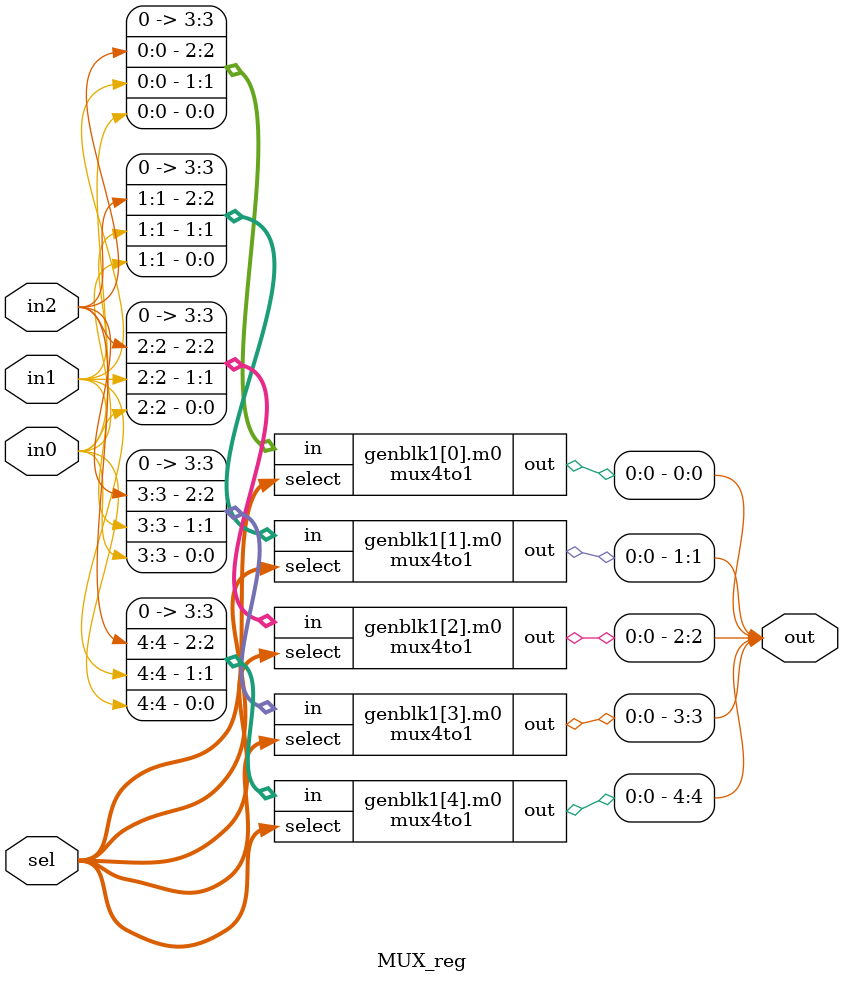
<source format=v>
`timescale 1ns / 1ps

module mux2to1(input [1:0]in, input select, output out
    );
wire t1;
wire t2;
wire t3;
not n(t3, select);
and a(t1, in[1], select);
and b(t2, in[0], t3);
or o(out, t1, t2);

endmodule

module mux4to1(input [3:0]in, input[1:0] select, output out
    );
wire t1;
wire t2;
mux2to1 a(in[3:2], select[0], t1);
mux2to1 b(in[1:0], select[0], t2);
mux2to1 c({t1,t2}, select[1], out);
endmodule

module mux8to1(input [7:0]in, input[2:0] select, output out
    );
//wire t1;
//wire t2;
//mux4to1 a(in[7:4], select[1:0], t1);
//mux4to1 b(in[3:0], select[1:0], t2);
//mux2to1 c({t1,t2}, select[2], out);
assign out = in[select];
endmodule

module mux16to1(input [15:0]in, input[3:0] select, output out
    );

wire t1;
wire t2;
mux8to1 a(in[15:8], select[2:0], t1);
mux8to1 b(in[7:0], select[2:0], t2);
mux2to1 c({t1,t2}, select[3], out);
endmodule

module mux32to1(input [31:0]in, input[4:0] select, output out
    );
wire t1;
wire t2;
mux16to1 a(in[31:16], select[3:0], t1);
mux16to1 b(in[15:0], select[3:0], t2);
mux2to1 c({t1,t2}, select[4], out);
endmodule

module MUX (input [31:0] in0, in1, in2, input[1:0] sel, output[31:0]out);
    genvar i;
    for(i = 0; i < 32; i = i+1) begin
        mux4to1 m0({0, in2[i], in1[i], in0[i]}, sel, out[i]);
    end
endmodule

module MUX_reg(input[4:0] in0, in1, in2, input[1:0] sel, output[4:0]out);
    genvar i;
    for(i = 0; i < 5; i = i+1) begin
        mux4to1 m0({0, in2[i], in1[i], in0[i]}, sel, out[i]);
    end
endmodule

</source>
